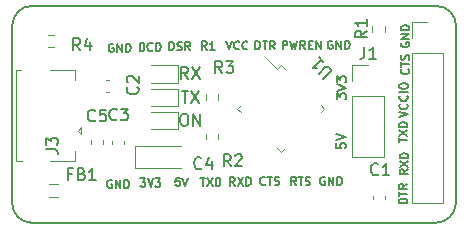
<source format=gbr>
%TF.GenerationSoftware,KiCad,Pcbnew,(6.0.6)*%
%TF.CreationDate,2022-08-14T20:34:25+01:00*%
%TF.ProjectId,FTDI MCU programmer,46544449-204d-4435-9520-70726f677261,REV1.0*%
%TF.SameCoordinates,Original*%
%TF.FileFunction,Legend,Top*%
%TF.FilePolarity,Positive*%
%FSLAX46Y46*%
G04 Gerber Fmt 4.6, Leading zero omitted, Abs format (unit mm)*
G04 Created by KiCad (PCBNEW (6.0.6)) date 2022-08-14 20:34:25*
%MOMM*%
%LPD*%
G01*
G04 APERTURE LIST*
%ADD10C,0.150000*%
%ADD11C,0.120000*%
G04 APERTURE END LIST*
D10*
X125069600Y-51333595D02*
X125044200Y-66405444D01*
X126720600Y-49707805D02*
G75*
G03*
X125069600Y-51333595I0J-1651195D01*
G01*
X162636395Y-51358800D02*
X162610995Y-66430649D01*
X126720600Y-49707800D02*
X161010600Y-49707800D01*
X125044161Y-66405444D02*
G75*
G03*
X126669995Y-68056444I1651239J44D01*
G01*
X126669995Y-68056444D02*
X160959995Y-68056444D01*
X162636395Y-51358800D02*
G75*
G03*
X161010600Y-49707800I-1651195J0D01*
G01*
X160959995Y-68056391D02*
G75*
G03*
X162610995Y-66430649I5J1651191D01*
G01*
X139241666Y-64241666D02*
X138908333Y-64241666D01*
X138875000Y-64575000D01*
X138908333Y-64541666D01*
X138975000Y-64508333D01*
X139141666Y-64508333D01*
X139208333Y-64541666D01*
X139241666Y-64575000D01*
X139275000Y-64641666D01*
X139275000Y-64808333D01*
X139241666Y-64875000D01*
X139208333Y-64908333D01*
X139141666Y-64941666D01*
X138975000Y-64941666D01*
X138908333Y-64908333D01*
X138875000Y-64875000D01*
X139475000Y-64241666D02*
X139708333Y-64941666D01*
X139941666Y-64241666D01*
X133616666Y-52925000D02*
X133550000Y-52891666D01*
X133450000Y-52891666D01*
X133350000Y-52925000D01*
X133283333Y-52991666D01*
X133250000Y-53058333D01*
X133216666Y-53191666D01*
X133216666Y-53291666D01*
X133250000Y-53425000D01*
X133283333Y-53491666D01*
X133350000Y-53558333D01*
X133450000Y-53591666D01*
X133516666Y-53591666D01*
X133616666Y-53558333D01*
X133650000Y-53525000D01*
X133650000Y-53291666D01*
X133516666Y-53291666D01*
X133950000Y-53591666D02*
X133950000Y-52891666D01*
X134350000Y-53591666D01*
X134350000Y-52891666D01*
X134683333Y-53591666D02*
X134683333Y-52891666D01*
X134850000Y-52891666D01*
X134950000Y-52925000D01*
X135016666Y-52991666D01*
X135050000Y-53058333D01*
X135083333Y-53191666D01*
X135083333Y-53291666D01*
X135050000Y-53425000D01*
X135016666Y-53491666D01*
X134950000Y-53558333D01*
X134850000Y-53591666D01*
X134683333Y-53591666D01*
X133491666Y-64450000D02*
X133425000Y-64416666D01*
X133325000Y-64416666D01*
X133225000Y-64450000D01*
X133158333Y-64516666D01*
X133125000Y-64583333D01*
X133091666Y-64716666D01*
X133091666Y-64816666D01*
X133125000Y-64950000D01*
X133158333Y-65016666D01*
X133225000Y-65083333D01*
X133325000Y-65116666D01*
X133391666Y-65116666D01*
X133491666Y-65083333D01*
X133525000Y-65050000D01*
X133525000Y-64816666D01*
X133391666Y-64816666D01*
X133825000Y-65116666D02*
X133825000Y-64416666D01*
X134225000Y-65116666D01*
X134225000Y-64416666D01*
X134558333Y-65116666D02*
X134558333Y-64416666D01*
X134725000Y-64416666D01*
X134825000Y-64450000D01*
X134891666Y-64516666D01*
X134925000Y-64583333D01*
X134958333Y-64716666D01*
X134958333Y-64816666D01*
X134925000Y-64950000D01*
X134891666Y-65016666D01*
X134825000Y-65083333D01*
X134725000Y-65116666D01*
X134558333Y-65116666D01*
X143908333Y-64916666D02*
X143675000Y-64583333D01*
X143508333Y-64916666D02*
X143508333Y-64216666D01*
X143775000Y-64216666D01*
X143841666Y-64250000D01*
X143875000Y-64283333D01*
X143908333Y-64350000D01*
X143908333Y-64450000D01*
X143875000Y-64516666D01*
X143841666Y-64550000D01*
X143775000Y-64583333D01*
X143508333Y-64583333D01*
X144141666Y-64216666D02*
X144608333Y-64916666D01*
X144608333Y-64216666D02*
X144141666Y-64916666D01*
X144875000Y-64916666D02*
X144875000Y-64216666D01*
X145041666Y-64216666D01*
X145141666Y-64250000D01*
X145208333Y-64316666D01*
X145241666Y-64383333D01*
X145275000Y-64516666D01*
X145275000Y-64616666D01*
X145241666Y-64750000D01*
X145208333Y-64816666D01*
X145141666Y-64883333D01*
X145041666Y-64916666D01*
X144875000Y-64916666D01*
X140991666Y-64266666D02*
X141391666Y-64266666D01*
X141191666Y-64966666D02*
X141191666Y-64266666D01*
X141558333Y-64266666D02*
X142025000Y-64966666D01*
X142025000Y-64266666D02*
X141558333Y-64966666D01*
X142291666Y-64966666D02*
X142291666Y-64266666D01*
X142458333Y-64266666D01*
X142558333Y-64300000D01*
X142625000Y-64366666D01*
X142658333Y-64433333D01*
X142691666Y-64566666D01*
X142691666Y-64666666D01*
X142658333Y-64800000D01*
X142625000Y-64866666D01*
X142558333Y-64933333D01*
X142458333Y-64966666D01*
X142291666Y-64966666D01*
X152511904Y-61327380D02*
X152511904Y-61708333D01*
X152892857Y-61746428D01*
X152854761Y-61708333D01*
X152816666Y-61632142D01*
X152816666Y-61441666D01*
X152854761Y-61365476D01*
X152892857Y-61327380D01*
X152969047Y-61289285D01*
X153159523Y-61289285D01*
X153235714Y-61327380D01*
X153273809Y-61365476D01*
X153311904Y-61441666D01*
X153311904Y-61632142D01*
X153273809Y-61708333D01*
X153235714Y-61746428D01*
X152511904Y-61060714D02*
X153311904Y-60794047D01*
X152511904Y-60527380D01*
X157791666Y-61258333D02*
X157791666Y-60858333D01*
X158491666Y-61058333D02*
X157791666Y-61058333D01*
X157791666Y-60691666D02*
X158491666Y-60225000D01*
X157791666Y-60225000D02*
X158491666Y-60691666D01*
X158491666Y-59958333D02*
X157791666Y-59958333D01*
X157791666Y-59791666D01*
X157825000Y-59691666D01*
X157891666Y-59625000D01*
X157958333Y-59591666D01*
X158091666Y-59558333D01*
X158191666Y-59558333D01*
X158325000Y-59591666D01*
X158391666Y-59625000D01*
X158458333Y-59691666D01*
X158491666Y-59791666D01*
X158491666Y-59958333D01*
X146466666Y-64800000D02*
X146433333Y-64833333D01*
X146333333Y-64866666D01*
X146266666Y-64866666D01*
X146166666Y-64833333D01*
X146100000Y-64766666D01*
X146066666Y-64700000D01*
X146033333Y-64566666D01*
X146033333Y-64466666D01*
X146066666Y-64333333D01*
X146100000Y-64266666D01*
X146166666Y-64200000D01*
X146266666Y-64166666D01*
X146333333Y-64166666D01*
X146433333Y-64200000D01*
X146466666Y-64233333D01*
X146666666Y-64166666D02*
X147066666Y-64166666D01*
X146866666Y-64866666D02*
X146866666Y-64166666D01*
X147266666Y-64833333D02*
X147366666Y-64866666D01*
X147533333Y-64866666D01*
X147600000Y-64833333D01*
X147633333Y-64800000D01*
X147666666Y-64733333D01*
X147666666Y-64666666D01*
X147633333Y-64600000D01*
X147600000Y-64566666D01*
X147533333Y-64533333D01*
X147400000Y-64500000D01*
X147333333Y-64466666D01*
X147300000Y-64433333D01*
X147266666Y-64366666D01*
X147266666Y-64300000D01*
X147300000Y-64233333D01*
X147333333Y-64200000D01*
X147400000Y-64166666D01*
X147566666Y-64166666D01*
X147666666Y-64200000D01*
X157841666Y-59116666D02*
X158541666Y-58883333D01*
X157841666Y-58650000D01*
X158475000Y-58016666D02*
X158508333Y-58050000D01*
X158541666Y-58150000D01*
X158541666Y-58216666D01*
X158508333Y-58316666D01*
X158441666Y-58383333D01*
X158375000Y-58416666D01*
X158241666Y-58450000D01*
X158141666Y-58450000D01*
X158008333Y-58416666D01*
X157941666Y-58383333D01*
X157875000Y-58316666D01*
X157841666Y-58216666D01*
X157841666Y-58150000D01*
X157875000Y-58050000D01*
X157908333Y-58016666D01*
X158475000Y-57316666D02*
X158508333Y-57350000D01*
X158541666Y-57450000D01*
X158541666Y-57516666D01*
X158508333Y-57616666D01*
X158441666Y-57683333D01*
X158375000Y-57716666D01*
X158241666Y-57750000D01*
X158141666Y-57750000D01*
X158008333Y-57716666D01*
X157941666Y-57683333D01*
X157875000Y-57616666D01*
X157841666Y-57516666D01*
X157841666Y-57450000D01*
X157875000Y-57350000D01*
X157908333Y-57316666D01*
X158541666Y-57016666D02*
X157841666Y-57016666D01*
X157841666Y-56550000D02*
X157841666Y-56416666D01*
X157875000Y-56350000D01*
X157941666Y-56283333D01*
X158075000Y-56250000D01*
X158308333Y-56250000D01*
X158441666Y-56283333D01*
X158508333Y-56350000D01*
X158541666Y-56416666D01*
X158541666Y-56550000D01*
X158508333Y-56616666D01*
X158441666Y-56683333D01*
X158308333Y-56716666D01*
X158075000Y-56716666D01*
X157941666Y-56683333D01*
X157875000Y-56616666D01*
X157841666Y-56550000D01*
X145650000Y-53391666D02*
X145650000Y-52691666D01*
X145816666Y-52691666D01*
X145916666Y-52725000D01*
X145983333Y-52791666D01*
X146016666Y-52858333D01*
X146050000Y-52991666D01*
X146050000Y-53091666D01*
X146016666Y-53225000D01*
X145983333Y-53291666D01*
X145916666Y-53358333D01*
X145816666Y-53391666D01*
X145650000Y-53391666D01*
X146250000Y-52691666D02*
X146650000Y-52691666D01*
X146450000Y-53391666D02*
X146450000Y-52691666D01*
X147283333Y-53391666D02*
X147050000Y-53058333D01*
X146883333Y-53391666D02*
X146883333Y-52691666D01*
X147150000Y-52691666D01*
X147216666Y-52725000D01*
X147250000Y-52758333D01*
X147283333Y-52825000D01*
X147283333Y-52925000D01*
X147250000Y-52991666D01*
X147216666Y-53025000D01*
X147150000Y-53058333D01*
X146883333Y-53058333D01*
X147958333Y-53366666D02*
X147958333Y-52666666D01*
X148225000Y-52666666D01*
X148291666Y-52700000D01*
X148325000Y-52733333D01*
X148358333Y-52800000D01*
X148358333Y-52900000D01*
X148325000Y-52966666D01*
X148291666Y-53000000D01*
X148225000Y-53033333D01*
X147958333Y-53033333D01*
X148591666Y-52666666D02*
X148758333Y-53366666D01*
X148891666Y-52866666D01*
X149025000Y-53366666D01*
X149191666Y-52666666D01*
X149858333Y-53366666D02*
X149625000Y-53033333D01*
X149458333Y-53366666D02*
X149458333Y-52666666D01*
X149725000Y-52666666D01*
X149791666Y-52700000D01*
X149825000Y-52733333D01*
X149858333Y-52800000D01*
X149858333Y-52900000D01*
X149825000Y-52966666D01*
X149791666Y-53000000D01*
X149725000Y-53033333D01*
X149458333Y-53033333D01*
X150158333Y-53000000D02*
X150391666Y-53000000D01*
X150491666Y-53366666D02*
X150158333Y-53366666D01*
X150158333Y-52666666D01*
X150491666Y-52666666D01*
X150791666Y-53366666D02*
X150791666Y-52666666D01*
X151191666Y-53366666D01*
X151191666Y-52666666D01*
X138358333Y-53466666D02*
X138358333Y-52766666D01*
X138525000Y-52766666D01*
X138625000Y-52800000D01*
X138691666Y-52866666D01*
X138725000Y-52933333D01*
X138758333Y-53066666D01*
X138758333Y-53166666D01*
X138725000Y-53300000D01*
X138691666Y-53366666D01*
X138625000Y-53433333D01*
X138525000Y-53466666D01*
X138358333Y-53466666D01*
X139025000Y-53433333D02*
X139125000Y-53466666D01*
X139291666Y-53466666D01*
X139358333Y-53433333D01*
X139391666Y-53400000D01*
X139425000Y-53333333D01*
X139425000Y-53266666D01*
X139391666Y-53200000D01*
X139358333Y-53166666D01*
X139291666Y-53133333D01*
X139158333Y-53100000D01*
X139091666Y-53066666D01*
X139058333Y-53033333D01*
X139025000Y-52966666D01*
X139025000Y-52900000D01*
X139058333Y-52833333D01*
X139091666Y-52800000D01*
X139158333Y-52766666D01*
X139325000Y-52766666D01*
X139425000Y-52800000D01*
X140125000Y-53466666D02*
X139891666Y-53133333D01*
X139725000Y-53466666D02*
X139725000Y-52766666D01*
X139991666Y-52766666D01*
X140058333Y-52800000D01*
X140091666Y-52833333D01*
X140125000Y-52900000D01*
X140125000Y-53000000D01*
X140091666Y-53066666D01*
X140058333Y-53100000D01*
X139991666Y-53133333D01*
X139725000Y-53133333D01*
X158491666Y-66425000D02*
X157791666Y-66425000D01*
X157791666Y-66258333D01*
X157825000Y-66158333D01*
X157891666Y-66091666D01*
X157958333Y-66058333D01*
X158091666Y-66025000D01*
X158191666Y-66025000D01*
X158325000Y-66058333D01*
X158391666Y-66091666D01*
X158458333Y-66158333D01*
X158491666Y-66258333D01*
X158491666Y-66425000D01*
X157791666Y-65825000D02*
X157791666Y-65425000D01*
X158491666Y-65625000D02*
X157791666Y-65625000D01*
X158491666Y-64791666D02*
X158158333Y-65025000D01*
X158491666Y-65191666D02*
X157791666Y-65191666D01*
X157791666Y-64925000D01*
X157825000Y-64858333D01*
X157858333Y-64825000D01*
X157925000Y-64791666D01*
X158025000Y-64791666D01*
X158091666Y-64825000D01*
X158125000Y-64858333D01*
X158158333Y-64925000D01*
X158158333Y-65191666D01*
X158600000Y-55058333D02*
X158633333Y-55091666D01*
X158666666Y-55191666D01*
X158666666Y-55258333D01*
X158633333Y-55358333D01*
X158566666Y-55425000D01*
X158500000Y-55458333D01*
X158366666Y-55491666D01*
X158266666Y-55491666D01*
X158133333Y-55458333D01*
X158066666Y-55425000D01*
X158000000Y-55358333D01*
X157966666Y-55258333D01*
X157966666Y-55191666D01*
X158000000Y-55091666D01*
X158033333Y-55058333D01*
X157966666Y-54858333D02*
X157966666Y-54458333D01*
X158666666Y-54658333D02*
X157966666Y-54658333D01*
X158633333Y-54258333D02*
X158666666Y-54158333D01*
X158666666Y-53991666D01*
X158633333Y-53925000D01*
X158600000Y-53891666D01*
X158533333Y-53858333D01*
X158466666Y-53858333D01*
X158400000Y-53891666D01*
X158366666Y-53925000D01*
X158333333Y-53991666D01*
X158300000Y-54125000D01*
X158266666Y-54191666D01*
X158233333Y-54225000D01*
X158166666Y-54258333D01*
X158100000Y-54258333D01*
X158033333Y-54225000D01*
X158000000Y-54191666D01*
X157966666Y-54125000D01*
X157966666Y-53958333D01*
X158000000Y-53858333D01*
X152536904Y-57615476D02*
X152536904Y-57120238D01*
X152841666Y-57386904D01*
X152841666Y-57272619D01*
X152879761Y-57196428D01*
X152917857Y-57158333D01*
X152994047Y-57120238D01*
X153184523Y-57120238D01*
X153260714Y-57158333D01*
X153298809Y-57196428D01*
X153336904Y-57272619D01*
X153336904Y-57501190D01*
X153298809Y-57577380D01*
X153260714Y-57615476D01*
X152536904Y-56891666D02*
X153336904Y-56625000D01*
X152536904Y-56358333D01*
X152536904Y-56167857D02*
X152536904Y-55672619D01*
X152841666Y-55939285D01*
X152841666Y-55825000D01*
X152879761Y-55748809D01*
X152917857Y-55710714D01*
X152994047Y-55672619D01*
X153184523Y-55672619D01*
X153260714Y-55710714D01*
X153298809Y-55748809D01*
X153336904Y-55825000D01*
X153336904Y-56053571D01*
X153298809Y-56129761D01*
X153260714Y-56167857D01*
X135908333Y-64316666D02*
X136341666Y-64316666D01*
X136108333Y-64583333D01*
X136208333Y-64583333D01*
X136275000Y-64616666D01*
X136308333Y-64650000D01*
X136341666Y-64716666D01*
X136341666Y-64883333D01*
X136308333Y-64950000D01*
X136275000Y-64983333D01*
X136208333Y-65016666D01*
X136008333Y-65016666D01*
X135941666Y-64983333D01*
X135908333Y-64950000D01*
X136541666Y-64316666D02*
X136775000Y-65016666D01*
X137008333Y-64316666D01*
X137175000Y-64316666D02*
X137608333Y-64316666D01*
X137375000Y-64583333D01*
X137475000Y-64583333D01*
X137541666Y-64616666D01*
X137575000Y-64650000D01*
X137608333Y-64716666D01*
X137608333Y-64883333D01*
X137575000Y-64950000D01*
X137541666Y-64983333D01*
X137475000Y-65016666D01*
X137275000Y-65016666D01*
X137208333Y-64983333D01*
X137175000Y-64950000D01*
X141533333Y-53416666D02*
X141300000Y-53083333D01*
X141133333Y-53416666D02*
X141133333Y-52716666D01*
X141400000Y-52716666D01*
X141466666Y-52750000D01*
X141500000Y-52783333D01*
X141533333Y-52850000D01*
X141533333Y-52950000D01*
X141500000Y-53016666D01*
X141466666Y-53050000D01*
X141400000Y-53083333D01*
X141133333Y-53083333D01*
X142200000Y-53416666D02*
X141800000Y-53416666D01*
X142000000Y-53416666D02*
X142000000Y-52716666D01*
X141933333Y-52816666D01*
X141866666Y-52883333D01*
X141800000Y-52916666D01*
X152166666Y-52675000D02*
X152100000Y-52641666D01*
X152000000Y-52641666D01*
X151900000Y-52675000D01*
X151833333Y-52741666D01*
X151800000Y-52808333D01*
X151766666Y-52941666D01*
X151766666Y-53041666D01*
X151800000Y-53175000D01*
X151833333Y-53241666D01*
X151900000Y-53308333D01*
X152000000Y-53341666D01*
X152066666Y-53341666D01*
X152166666Y-53308333D01*
X152200000Y-53275000D01*
X152200000Y-53041666D01*
X152066666Y-53041666D01*
X152500000Y-53341666D02*
X152500000Y-52641666D01*
X152900000Y-53341666D01*
X152900000Y-52641666D01*
X153233333Y-53341666D02*
X153233333Y-52641666D01*
X153400000Y-52641666D01*
X153500000Y-52675000D01*
X153566666Y-52741666D01*
X153600000Y-52808333D01*
X153633333Y-52941666D01*
X153633333Y-53041666D01*
X153600000Y-53175000D01*
X153566666Y-53241666D01*
X153500000Y-53308333D01*
X153400000Y-53341666D01*
X153233333Y-53341666D01*
X158000000Y-52808333D02*
X157966666Y-52875000D01*
X157966666Y-52975000D01*
X158000000Y-53075000D01*
X158066666Y-53141666D01*
X158133333Y-53175000D01*
X158266666Y-53208333D01*
X158366666Y-53208333D01*
X158500000Y-53175000D01*
X158566666Y-53141666D01*
X158633333Y-53075000D01*
X158666666Y-52975000D01*
X158666666Y-52908333D01*
X158633333Y-52808333D01*
X158600000Y-52775000D01*
X158366666Y-52775000D01*
X158366666Y-52908333D01*
X158666666Y-52475000D02*
X157966666Y-52475000D01*
X158666666Y-52075000D01*
X157966666Y-52075000D01*
X158666666Y-51741666D02*
X157966666Y-51741666D01*
X157966666Y-51575000D01*
X158000000Y-51475000D01*
X158066666Y-51408333D01*
X158133333Y-51375000D01*
X158266666Y-51341666D01*
X158366666Y-51341666D01*
X158500000Y-51375000D01*
X158566666Y-51408333D01*
X158633333Y-51475000D01*
X158666666Y-51575000D01*
X158666666Y-51741666D01*
X149091666Y-64891666D02*
X148858333Y-64558333D01*
X148691666Y-64891666D02*
X148691666Y-64191666D01*
X148958333Y-64191666D01*
X149025000Y-64225000D01*
X149058333Y-64258333D01*
X149091666Y-64325000D01*
X149091666Y-64425000D01*
X149058333Y-64491666D01*
X149025000Y-64525000D01*
X148958333Y-64558333D01*
X148691666Y-64558333D01*
X149291666Y-64191666D02*
X149691666Y-64191666D01*
X149491666Y-64891666D02*
X149491666Y-64191666D01*
X149891666Y-64858333D02*
X149991666Y-64891666D01*
X150158333Y-64891666D01*
X150225000Y-64858333D01*
X150258333Y-64825000D01*
X150291666Y-64758333D01*
X150291666Y-64691666D01*
X150258333Y-64625000D01*
X150225000Y-64591666D01*
X150158333Y-64558333D01*
X150025000Y-64525000D01*
X149958333Y-64491666D01*
X149925000Y-64458333D01*
X149891666Y-64391666D01*
X149891666Y-64325000D01*
X149925000Y-64258333D01*
X149958333Y-64225000D01*
X150025000Y-64191666D01*
X150191666Y-64191666D01*
X150291666Y-64225000D01*
X135841666Y-53516666D02*
X135841666Y-52816666D01*
X136008333Y-52816666D01*
X136108333Y-52850000D01*
X136175000Y-52916666D01*
X136208333Y-52983333D01*
X136241666Y-53116666D01*
X136241666Y-53216666D01*
X136208333Y-53350000D01*
X136175000Y-53416666D01*
X136108333Y-53483333D01*
X136008333Y-53516666D01*
X135841666Y-53516666D01*
X136941666Y-53450000D02*
X136908333Y-53483333D01*
X136808333Y-53516666D01*
X136741666Y-53516666D01*
X136641666Y-53483333D01*
X136575000Y-53416666D01*
X136541666Y-53350000D01*
X136508333Y-53216666D01*
X136508333Y-53116666D01*
X136541666Y-52983333D01*
X136575000Y-52916666D01*
X136641666Y-52850000D01*
X136741666Y-52816666D01*
X136808333Y-52816666D01*
X136908333Y-52850000D01*
X136941666Y-52883333D01*
X137241666Y-53516666D02*
X137241666Y-52816666D01*
X137408333Y-52816666D01*
X137508333Y-52850000D01*
X137575000Y-52916666D01*
X137608333Y-52983333D01*
X137641666Y-53116666D01*
X137641666Y-53216666D01*
X137608333Y-53350000D01*
X137575000Y-53416666D01*
X137508333Y-53483333D01*
X137408333Y-53516666D01*
X137241666Y-53516666D01*
X158566666Y-63541666D02*
X158233333Y-63775000D01*
X158566666Y-63941666D02*
X157866666Y-63941666D01*
X157866666Y-63675000D01*
X157900000Y-63608333D01*
X157933333Y-63575000D01*
X158000000Y-63541666D01*
X158100000Y-63541666D01*
X158166666Y-63575000D01*
X158200000Y-63608333D01*
X158233333Y-63675000D01*
X158233333Y-63941666D01*
X157866666Y-63308333D02*
X158566666Y-62841666D01*
X157866666Y-62841666D02*
X158566666Y-63308333D01*
X158566666Y-62575000D02*
X157866666Y-62575000D01*
X157866666Y-62408333D01*
X157900000Y-62308333D01*
X157966666Y-62241666D01*
X158033333Y-62208333D01*
X158166666Y-62175000D01*
X158266666Y-62175000D01*
X158400000Y-62208333D01*
X158466666Y-62241666D01*
X158533333Y-62308333D01*
X158566666Y-62408333D01*
X158566666Y-62575000D01*
X151516666Y-64200000D02*
X151450000Y-64166666D01*
X151350000Y-64166666D01*
X151250000Y-64200000D01*
X151183333Y-64266666D01*
X151150000Y-64333333D01*
X151116666Y-64466666D01*
X151116666Y-64566666D01*
X151150000Y-64700000D01*
X151183333Y-64766666D01*
X151250000Y-64833333D01*
X151350000Y-64866666D01*
X151416666Y-64866666D01*
X151516666Y-64833333D01*
X151550000Y-64800000D01*
X151550000Y-64566666D01*
X151416666Y-64566666D01*
X151850000Y-64866666D02*
X151850000Y-64166666D01*
X152250000Y-64866666D01*
X152250000Y-64166666D01*
X152583333Y-64866666D02*
X152583333Y-64166666D01*
X152750000Y-64166666D01*
X152850000Y-64200000D01*
X152916666Y-64266666D01*
X152950000Y-64333333D01*
X152983333Y-64466666D01*
X152983333Y-64566666D01*
X152950000Y-64700000D01*
X152916666Y-64766666D01*
X152850000Y-64833333D01*
X152750000Y-64866666D01*
X152583333Y-64866666D01*
X143166666Y-52691666D02*
X143400000Y-53391666D01*
X143633333Y-52691666D01*
X144266666Y-53325000D02*
X144233333Y-53358333D01*
X144133333Y-53391666D01*
X144066666Y-53391666D01*
X143966666Y-53358333D01*
X143900000Y-53291666D01*
X143866666Y-53225000D01*
X143833333Y-53091666D01*
X143833333Y-52991666D01*
X143866666Y-52858333D01*
X143900000Y-52791666D01*
X143966666Y-52725000D01*
X144066666Y-52691666D01*
X144133333Y-52691666D01*
X144233333Y-52725000D01*
X144266666Y-52758333D01*
X144966666Y-53325000D02*
X144933333Y-53358333D01*
X144833333Y-53391666D01*
X144766666Y-53391666D01*
X144666666Y-53358333D01*
X144600000Y-53291666D01*
X144566666Y-53225000D01*
X144533333Y-53091666D01*
X144533333Y-52991666D01*
X144566666Y-52858333D01*
X144600000Y-52791666D01*
X144666666Y-52725000D01*
X144766666Y-52691666D01*
X144833333Y-52691666D01*
X144933333Y-52725000D01*
X144966666Y-52758333D01*
%TO.C,J3*%
X127925580Y-61852133D02*
X128639866Y-61852133D01*
X128782723Y-61899752D01*
X128877961Y-61994990D01*
X128925580Y-62137847D01*
X128925580Y-62233085D01*
X127925580Y-61471180D02*
X127925580Y-60852133D01*
X128306533Y-61185466D01*
X128306533Y-61042609D01*
X128354152Y-60947371D01*
X128401771Y-60899752D01*
X128497009Y-60852133D01*
X128735104Y-60852133D01*
X128830342Y-60899752D01*
X128877961Y-60947371D01*
X128925580Y-61042609D01*
X128925580Y-61328323D01*
X128877961Y-61423561D01*
X128830342Y-61471180D01*
%TO.C,TX*%
X139393092Y-56917384D02*
X139964520Y-56917384D01*
X139678806Y-57917384D02*
X139678806Y-56917384D01*
X140202616Y-56917384D02*
X140869282Y-57917384D01*
X140869282Y-56917384D02*
X140202616Y-57917384D01*
%TO.C,ON*%
X139535955Y-58847974D02*
X139726431Y-58847974D01*
X139821669Y-58895594D01*
X139916907Y-58990832D01*
X139964526Y-59181308D01*
X139964526Y-59514641D01*
X139916907Y-59705117D01*
X139821669Y-59800355D01*
X139726431Y-59847974D01*
X139535955Y-59847974D01*
X139440717Y-59800355D01*
X139345479Y-59705117D01*
X139297860Y-59514641D01*
X139297860Y-59181308D01*
X139345479Y-58990832D01*
X139440717Y-58895594D01*
X139535955Y-58847974D01*
X140393098Y-59847974D02*
X140393098Y-58847974D01*
X140964526Y-59847974D01*
X140964526Y-58847974D01*
%TO.C,R3*%
X142833333Y-55377380D02*
X142500000Y-54901190D01*
X142261904Y-55377380D02*
X142261904Y-54377380D01*
X142642857Y-54377380D01*
X142738095Y-54425000D01*
X142785714Y-54472619D01*
X142833333Y-54567857D01*
X142833333Y-54710714D01*
X142785714Y-54805952D01*
X142738095Y-54853571D01*
X142642857Y-54901190D01*
X142261904Y-54901190D01*
X143166666Y-54377380D02*
X143785714Y-54377380D01*
X143452380Y-54758333D01*
X143595238Y-54758333D01*
X143690476Y-54805952D01*
X143738095Y-54853571D01*
X143785714Y-54948809D01*
X143785714Y-55186904D01*
X143738095Y-55282142D01*
X143690476Y-55329761D01*
X143595238Y-55377380D01*
X143309523Y-55377380D01*
X143214285Y-55329761D01*
X143166666Y-55282142D01*
%TO.C,C3*%
X133908333Y-59307142D02*
X133860714Y-59354761D01*
X133717857Y-59402380D01*
X133622619Y-59402380D01*
X133479761Y-59354761D01*
X133384523Y-59259523D01*
X133336904Y-59164285D01*
X133289285Y-58973809D01*
X133289285Y-58830952D01*
X133336904Y-58640476D01*
X133384523Y-58545238D01*
X133479761Y-58450000D01*
X133622619Y-58402380D01*
X133717857Y-58402380D01*
X133860714Y-58450000D01*
X133908333Y-58497619D01*
X134241666Y-58402380D02*
X134860714Y-58402380D01*
X134527380Y-58783333D01*
X134670238Y-58783333D01*
X134765476Y-58830952D01*
X134813095Y-58878571D01*
X134860714Y-58973809D01*
X134860714Y-59211904D01*
X134813095Y-59307142D01*
X134765476Y-59354761D01*
X134670238Y-59402380D01*
X134384523Y-59402380D01*
X134289285Y-59354761D01*
X134241666Y-59307142D01*
%TO.C,R1*%
X155079980Y-51804866D02*
X154603790Y-52138200D01*
X155079980Y-52376295D02*
X154079980Y-52376295D01*
X154079980Y-51995342D01*
X154127600Y-51900104D01*
X154175219Y-51852485D01*
X154270457Y-51804866D01*
X154413314Y-51804866D01*
X154508552Y-51852485D01*
X154556171Y-51900104D01*
X154603790Y-51995342D01*
X154603790Y-52376295D01*
X155079980Y-50852485D02*
X155079980Y-51423914D01*
X155079980Y-51138200D02*
X154079980Y-51138200D01*
X154222838Y-51233438D01*
X154318076Y-51328676D01*
X154365695Y-51423914D01*
%TO.C,FB1*%
X130091666Y-63928571D02*
X129758333Y-63928571D01*
X129758333Y-64452380D02*
X129758333Y-63452380D01*
X130234523Y-63452380D01*
X130948809Y-63928571D02*
X131091666Y-63976190D01*
X131139285Y-64023809D01*
X131186904Y-64119047D01*
X131186904Y-64261904D01*
X131139285Y-64357142D01*
X131091666Y-64404761D01*
X130996428Y-64452380D01*
X130615476Y-64452380D01*
X130615476Y-63452380D01*
X130948809Y-63452380D01*
X131044047Y-63500000D01*
X131091666Y-63547619D01*
X131139285Y-63642857D01*
X131139285Y-63738095D01*
X131091666Y-63833333D01*
X131044047Y-63880952D01*
X130948809Y-63928571D01*
X130615476Y-63928571D01*
X132139285Y-64452380D02*
X131567857Y-64452380D01*
X131853571Y-64452380D02*
X131853571Y-63452380D01*
X131758333Y-63595238D01*
X131663095Y-63690476D01*
X131567857Y-63738095D01*
%TO.C,C4*%
X141083333Y-63432142D02*
X141035714Y-63479761D01*
X140892857Y-63527380D01*
X140797619Y-63527380D01*
X140654761Y-63479761D01*
X140559523Y-63384523D01*
X140511904Y-63289285D01*
X140464285Y-63098809D01*
X140464285Y-62955952D01*
X140511904Y-62765476D01*
X140559523Y-62670238D01*
X140654761Y-62575000D01*
X140797619Y-62527380D01*
X140892857Y-62527380D01*
X141035714Y-62575000D01*
X141083333Y-62622619D01*
X141940476Y-62860714D02*
X141940476Y-63527380D01*
X141702380Y-62479761D02*
X141464285Y-63194047D01*
X142083333Y-63194047D01*
%TO.C,RX*%
X139922937Y-55871770D02*
X139589604Y-55395580D01*
X139351508Y-55871770D02*
X139351508Y-54871770D01*
X139732461Y-54871770D01*
X139827699Y-54919390D01*
X139875318Y-54967009D01*
X139922937Y-55062247D01*
X139922937Y-55205104D01*
X139875318Y-55300342D01*
X139827699Y-55347961D01*
X139732461Y-55395580D01*
X139351508Y-55395580D01*
X140256270Y-54871770D02*
X140922937Y-55871770D01*
X140922937Y-54871770D02*
X140256270Y-55871770D01*
%TO.C,U1*%
X151404803Y-55869892D02*
X151977223Y-55297472D01*
X152010895Y-55196457D01*
X152010895Y-55129113D01*
X151977223Y-55028098D01*
X151842536Y-54893411D01*
X151741521Y-54859739D01*
X151674177Y-54859739D01*
X151573162Y-54893411D01*
X151000742Y-55465831D01*
X151000742Y-54051617D02*
X151404803Y-54455678D01*
X151202773Y-54253648D02*
X150495666Y-54960754D01*
X150664025Y-54927083D01*
X150798712Y-54927083D01*
X150899727Y-54960754D01*
%TO.C,J1*%
X154860666Y-53180180D02*
X154860666Y-53894466D01*
X154813047Y-54037323D01*
X154717809Y-54132561D01*
X154574952Y-54180180D01*
X154479714Y-54180180D01*
X155860666Y-54180180D02*
X155289238Y-54180180D01*
X155574952Y-54180180D02*
X155574952Y-53180180D01*
X155479714Y-53323038D01*
X155384476Y-53418276D01*
X155289238Y-53465895D01*
%TO.C,C5*%
X132083333Y-59382142D02*
X132035714Y-59429761D01*
X131892857Y-59477380D01*
X131797619Y-59477380D01*
X131654761Y-59429761D01*
X131559523Y-59334523D01*
X131511904Y-59239285D01*
X131464285Y-59048809D01*
X131464285Y-58905952D01*
X131511904Y-58715476D01*
X131559523Y-58620238D01*
X131654761Y-58525000D01*
X131797619Y-58477380D01*
X131892857Y-58477380D01*
X132035714Y-58525000D01*
X132083333Y-58572619D01*
X132988095Y-58477380D02*
X132511904Y-58477380D01*
X132464285Y-58953571D01*
X132511904Y-58905952D01*
X132607142Y-58858333D01*
X132845238Y-58858333D01*
X132940476Y-58905952D01*
X132988095Y-58953571D01*
X133035714Y-59048809D01*
X133035714Y-59286904D01*
X132988095Y-59382142D01*
X132940476Y-59429761D01*
X132845238Y-59477380D01*
X132607142Y-59477380D01*
X132511904Y-59429761D01*
X132464285Y-59382142D01*
%TO.C,C1*%
X156043333Y-63933342D02*
X155995714Y-63980961D01*
X155852857Y-64028580D01*
X155757619Y-64028580D01*
X155614761Y-63980961D01*
X155519523Y-63885723D01*
X155471904Y-63790485D01*
X155424285Y-63600009D01*
X155424285Y-63457152D01*
X155471904Y-63266676D01*
X155519523Y-63171438D01*
X155614761Y-63076200D01*
X155757619Y-63028580D01*
X155852857Y-63028580D01*
X155995714Y-63076200D01*
X156043333Y-63123819D01*
X156995714Y-64028580D02*
X156424285Y-64028580D01*
X156710000Y-64028580D02*
X156710000Y-63028580D01*
X156614761Y-63171438D01*
X156519523Y-63266676D01*
X156424285Y-63314295D01*
%TO.C,R4*%
X130808333Y-53452380D02*
X130475000Y-52976190D01*
X130236904Y-53452380D02*
X130236904Y-52452380D01*
X130617857Y-52452380D01*
X130713095Y-52500000D01*
X130760714Y-52547619D01*
X130808333Y-52642857D01*
X130808333Y-52785714D01*
X130760714Y-52880952D01*
X130713095Y-52928571D01*
X130617857Y-52976190D01*
X130236904Y-52976190D01*
X131665476Y-52785714D02*
X131665476Y-53452380D01*
X131427380Y-52404761D02*
X131189285Y-53119047D01*
X131808333Y-53119047D01*
%TO.C,R2*%
X143558333Y-63277380D02*
X143225000Y-62801190D01*
X142986904Y-63277380D02*
X142986904Y-62277380D01*
X143367857Y-62277380D01*
X143463095Y-62325000D01*
X143510714Y-62372619D01*
X143558333Y-62467857D01*
X143558333Y-62610714D01*
X143510714Y-62705952D01*
X143463095Y-62753571D01*
X143367857Y-62801190D01*
X142986904Y-62801190D01*
X143939285Y-62372619D02*
X143986904Y-62325000D01*
X144082142Y-62277380D01*
X144320238Y-62277380D01*
X144415476Y-62325000D01*
X144463095Y-62372619D01*
X144510714Y-62467857D01*
X144510714Y-62563095D01*
X144463095Y-62705952D01*
X143891666Y-63277380D01*
X144510714Y-63277380D01*
%TO.C,C2*%
X135657142Y-56566666D02*
X135704761Y-56614285D01*
X135752380Y-56757142D01*
X135752380Y-56852380D01*
X135704761Y-56995238D01*
X135609523Y-57090476D01*
X135514285Y-57138095D01*
X135323809Y-57185714D01*
X135180952Y-57185714D01*
X134990476Y-57138095D01*
X134895238Y-57090476D01*
X134800000Y-56995238D01*
X134752380Y-56852380D01*
X134752380Y-56757142D01*
X134800000Y-56614285D01*
X134847619Y-56566666D01*
X134847619Y-56185714D02*
X134800000Y-56138095D01*
X134752380Y-56042857D01*
X134752380Y-55804761D01*
X134800000Y-55709523D01*
X134847619Y-55661904D01*
X134942857Y-55614285D01*
X135038095Y-55614285D01*
X135180952Y-55661904D01*
X135752380Y-56233333D01*
X135752380Y-55614285D01*
D11*
%TO.C,J3*%
X130364000Y-55108800D02*
X130364000Y-55978800D01*
X130594000Y-60278800D02*
X130894000Y-59978800D01*
X130894000Y-59978800D02*
X130894000Y-60578800D01*
X130364000Y-55108800D02*
X128294000Y-55108800D01*
X130364000Y-62848800D02*
X128294000Y-62848800D01*
X130364000Y-61978800D02*
X130364000Y-62848800D01*
X130594000Y-60278800D02*
X130894000Y-60578800D01*
X125392200Y-62865000D02*
X125874800Y-62865000D01*
X125392200Y-55092600D02*
X125392200Y-62865000D01*
X125824000Y-55092600D02*
X125392200Y-55092600D01*
%TO.C,TX*%
X139060000Y-56740000D02*
X136775000Y-56740000D01*
X139060000Y-58210000D02*
X139060000Y-56740000D01*
X136775000Y-58210000D02*
X139060000Y-58210000D01*
%TO.C,ON*%
X139060000Y-60135000D02*
X139060000Y-58665000D01*
X136775000Y-60135000D02*
X139060000Y-60135000D01*
X139060000Y-58665000D02*
X136775000Y-58665000D01*
%TO.C,R3*%
X141457500Y-57657258D02*
X141457500Y-57182742D01*
X142502500Y-57657258D02*
X142502500Y-57182742D01*
%TO.C,C3*%
X133490000Y-61109420D02*
X133490000Y-61390580D01*
X134510000Y-61109420D02*
X134510000Y-61390580D01*
%TO.C,R1*%
X156580100Y-51875458D02*
X156580100Y-51400942D01*
X155535100Y-51875458D02*
X155535100Y-51400942D01*
%TO.C,FB1*%
X128175378Y-65910000D02*
X128974622Y-65910000D01*
X128175378Y-64790000D02*
X128974622Y-64790000D01*
%TO.C,C4*%
X135440000Y-61590000D02*
X135440000Y-63460000D01*
X139350000Y-61590000D02*
X135440000Y-61590000D01*
X135440000Y-63460000D02*
X139350000Y-63460000D01*
%TO.C,RX*%
X136775000Y-56210000D02*
X139060000Y-56210000D01*
X139060000Y-54740000D02*
X136775000Y-54740000D01*
X139060000Y-56210000D02*
X139060000Y-54740000D01*
%TO.C,U1*%
X151493697Y-58394600D02*
X151175499Y-58712798D01*
X147802600Y-54703503D02*
X147484402Y-55021701D01*
X151175499Y-58076402D02*
X151493697Y-58394600D01*
X147484402Y-61767499D02*
X147802600Y-62085697D01*
X144429701Y-58712798D02*
X144111503Y-58394600D01*
X148120798Y-55021701D02*
X147802600Y-54703503D01*
X147802600Y-62085697D02*
X148120798Y-61767499D01*
X144111503Y-58394600D02*
X144429701Y-58076402D01*
X147484402Y-55021701D02*
X146554557Y-54091855D01*
%TO.C,J2*%
X161540000Y-53670000D02*
X161540000Y-66430000D01*
X158880000Y-52400000D02*
X158880000Y-51070000D01*
X158880000Y-53670000D02*
X158880000Y-66430000D01*
X158880000Y-53670000D02*
X161540000Y-53670000D01*
X158880000Y-66430000D02*
X161540000Y-66430000D01*
X158880000Y-51070000D02*
X160210000Y-51070000D01*
%TO.C,J1*%
X153864000Y-62467800D02*
X156524000Y-62467800D01*
X153864000Y-57327800D02*
X153864000Y-62467800D01*
X156524000Y-57327800D02*
X156524000Y-62467800D01*
X153864000Y-57327800D02*
X156524000Y-57327800D01*
X153864000Y-56057800D02*
X153864000Y-54727800D01*
X153864000Y-54727800D02*
X155194000Y-54727800D01*
%TO.C,C5*%
X132760000Y-61365580D02*
X132760000Y-61084420D01*
X131740000Y-61365580D02*
X131740000Y-61084420D01*
%TO.C,C1*%
X155623800Y-65772420D02*
X155623800Y-66053580D01*
X156643800Y-65772420D02*
X156643800Y-66053580D01*
%TO.C,R4*%
X128587258Y-53172500D02*
X128112742Y-53172500D01*
X128587258Y-52127500D02*
X128112742Y-52127500D01*
%TO.C,R2*%
X142472500Y-60512742D02*
X142472500Y-60987258D01*
X141427500Y-60512742D02*
X141427500Y-60987258D01*
%TO.C,C2*%
X132959420Y-55965000D02*
X133240580Y-55965000D01*
X132959420Y-56985000D02*
X133240580Y-56985000D01*
%TD*%
M02*

</source>
